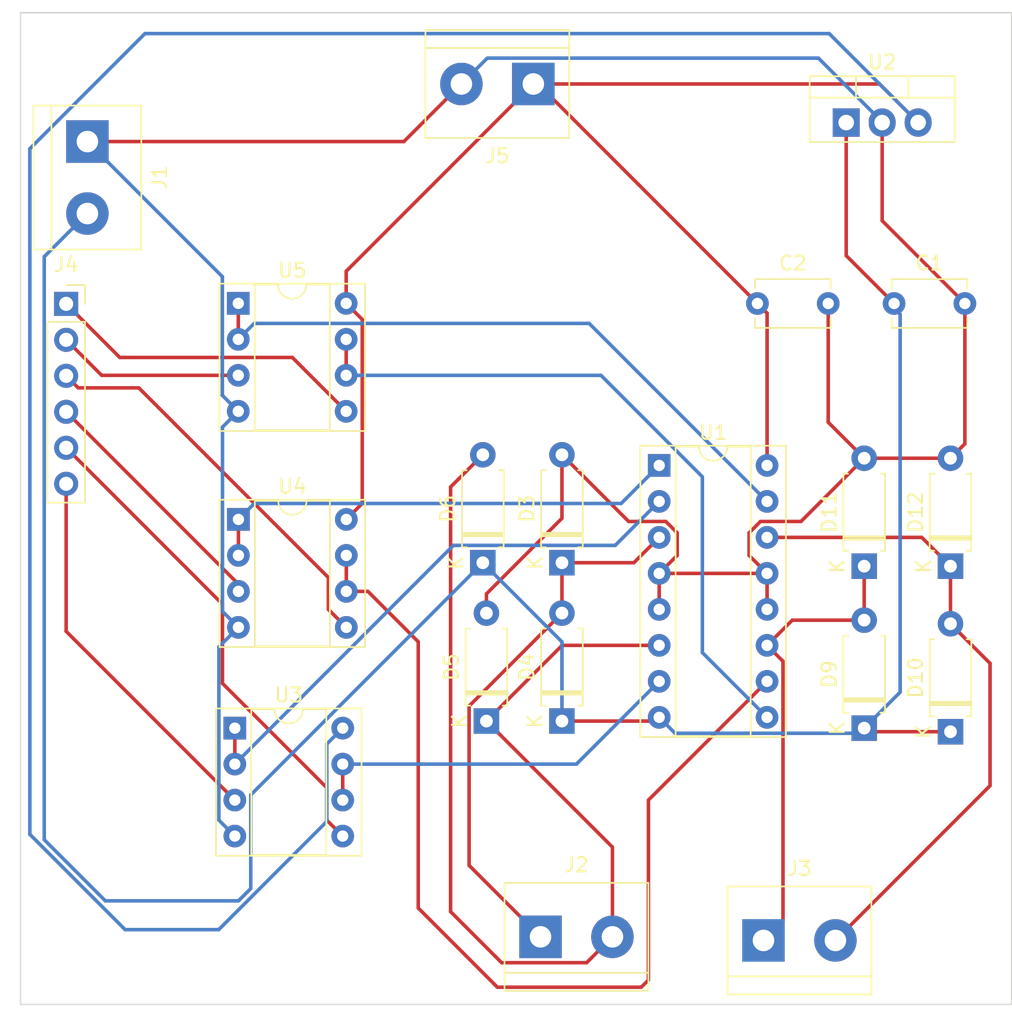
<source format=kicad_pcb>
(kicad_pcb (version 20221018) (generator pcbnew)
  (layers (0 "F.Cu" signal) (31 "B.Cu" signal) (34 "B.Paste" user) (35 "F.Paste" user) (36 "B.SilkS" user "B.Silkscreen") (37 "F.SilkS" user "F.Silkscreen") (38 "B.Mask" user) (39 "F.Mask" user) (44 "Edge.Cuts" user))
  (net 0 "")
  (net 1 "VCC")
  (net 2 "GND")
  (net 3 "+5V")
  (net 4 "Net-(D3-K)")
  (net 5 "Net-(D5-K)")
  (net 6 "Net-(D11-K)")
  (net 7 "Net-(D10-A)")
  (net 8 "M2_SPEED")
  (net 9 "M2_D2")
  (net 10 "M2_D1")
  (net 11 "M1_SPEED")
  (net 12 "M1_D2")
  (net 13 "M1_D1")
  (net 14 "Net-(U1-EN1,2)")
  (net 15 "Net-(U1-1A)")
  (net 16 "Net-(U1-2A)")
  (net 17 "Net-(U1-EN3,4)")
  (net 18 "Net-(U1-3A)")
  (net 19 "Net-(U1-4A)")
  (footprint "Diode_THT:D_A-405_P7.62mm_Horizontal" (layer "F.Cu") (at 107.94 76.718 90)
    (fp_text reference "D6" (at 3.81 -2.47 90) (layer "F.SilkS"))
    (fp_text value "D")
    (fp_text user "K" (at 0 -1.9 90) (layer "F.SilkS"))
    (fp_line (start 1.09 -1.47) (end 6.53 -1.47) (stroke (width 0.12)) (layer "F.SilkS"))
    (fp_line (start 1.09 -1.14) (end 1.09 -1.47) (stroke (width 0.12)) (layer "F.SilkS"))
    (fp_line (start 1.09 1.14) (end 1.09 1.47) (stroke (width 0.12)) (layer "F.SilkS"))
    (fp_line (start 1.09 1.47) (end 6.53 1.47) (stroke (width 0.12)) (layer "F.SilkS"))
    (fp_line (start 1.87 -1.47) (end 1.87 1.47) (stroke (width 0.12)) (layer "F.SilkS"))
    (fp_line (start 1.99 -1.47) (end 1.99 1.47) (stroke (width 0.12)) (layer "F.SilkS"))
    (fp_line (start 2.11 -1.47) (end 2.11 1.47) (stroke (width 0.12)) (layer "F.SilkS"))
    (fp_line (start 6.53 -1.47) (end 6.53 -1.14) (stroke (width 0.12)) (layer "F.SilkS"))
    (fp_line (start 6.53 1.47) (end 6.53 1.14) (stroke (width 0.12)) (layer "F.SilkS"))
    (pad "1" thru_hole rect (at 0 0 90) (size 1.8 1.8) (drill 0.9) (layers "*.Cu" "*.Mask") (net 1 "VCC"))
    (pad "2" thru_hole oval (at 7.62 0 90) (size 1.8 1.8) (drill 0.9) (layers "*.Cu" "*.Mask") (net 5 "Net-(D5-K)"))
  )
  (footprint "Diode_THT:D_A-405_P7.62mm_Horizontal" (layer "F.Cu") (at 140.97 88.646 90)
    (fp_text reference "D10" (at 3.81 -2.47 90) (layer "F.SilkS"))
    (fp_text value "D")
    (fp_text user "K" (at 0 -1.9 90) (layer "F.SilkS"))
    (fp_line (start 1.09 -1.47) (end 6.53 -1.47) (stroke (width 0.12)) (layer "F.SilkS"))
    (fp_line (start 1.09 -1.14) (end 1.09 -1.47) (stroke (width 0.12)) (layer "F.SilkS"))
    (fp_line (start 1.09 1.14) (end 1.09 1.47) (stroke (width 0.12)) (layer "F.SilkS"))
    (fp_line (start 1.09 1.47) (end 6.53 1.47) (stroke (width 0.12)) (layer "F.SilkS"))
    (fp_line (start 1.87 -1.47) (end 1.87 1.47) (stroke (width 0.12)) (layer "F.SilkS"))
    (fp_line (start 1.99 -1.47) (end 1.99 1.47) (stroke (width 0.12)) (layer "F.SilkS"))
    (fp_line (start 2.11 -1.47) (end 2.11 1.47) (stroke (width 0.12)) (layer "F.SilkS"))
    (fp_line (start 6.53 -1.47) (end 6.53 -1.14) (stroke (width 0.12)) (layer "F.SilkS"))
    (fp_line (start 6.53 1.47) (end 6.53 1.14) (stroke (width 0.12)) (layer "F.SilkS"))
    (pad "1" thru_hole rect (at 0 0 90) (size 1.8 1.8) (drill 0.9) (layers "*.Cu" "*.Mask") (net 1 "VCC"))
    (pad "2" thru_hole oval (at 7.62 0 90) (size 1.8 1.8) (drill 0.9) (layers "*.Cu" "*.Mask") (net 7 "Net-(D10-A)"))
  )
  (footprint "Connector_PinSocket_2.54mm:PinSocket_1x06_P2.54mm_Vertical" (layer "F.Cu") (at 78.511 58.445)
    (fp_text reference "J4" (at 0 -2.77) (layer "F.SilkS"))
    (fp_text value "Conn_01x06")
    (fp_line (start -1.33 1.27) (end -1.33 14.03) (stroke (width 0.12)) (layer "F.SilkS"))
    (fp_line (start -1.33 1.27) (end 1.33 1.27) (stroke (width 0.12)) (layer "F.SilkS"))
    (fp_line (start -1.33 14.03) (end 1.33 14.03) (stroke (width 0.12)) (layer "F.SilkS"))
    (fp_line (start 0 -1.33) (end 1.33 -1.33) (stroke (width 0.12)) (layer "F.SilkS"))
    (fp_line (start 1.33 -1.33) (end 1.33 0) (stroke (width 0.12)) (layer "F.SilkS"))
    (fp_line (start 1.33 1.27) (end 1.33 14.03) (stroke (width 0.12)) (layer "F.SilkS"))
    (pad "1" thru_hole rect (at 0 0) (size 1.7 1.7) (drill 1) (layers "*.Cu" "*.Mask") (net 8 "M2_SPEED"))
    (pad "2" thru_hole oval (at 0 2.54) (size 1.7 1.7) (drill 1) (layers "*.Cu" "*.Mask") (net 9 "M2_D2"))
    (pad "3" thru_hole oval (at 0 5.08) (size 1.7 1.7) (drill 1) (layers "*.Cu" "*.Mask") (net 10 "M2_D1"))
    (pad "4" thru_hole oval (at 0 7.62) (size 1.7 1.7) (drill 1) (layers "*.Cu" "*.Mask") (net 11 "M1_SPEED"))
    (pad "5" thru_hole oval (at 0 10.16) (size 1.7 1.7) (drill 1) (layers "*.Cu" "*.Mask") (net 12 "M1_D2"))
    (pad "6" thru_hole oval (at 0 12.7) (size 1.7 1.7) (drill 1) (layers "*.Cu" "*.Mask") (net 13 "M1_D1"))
  )
  (footprint "Package_DIP:DIP-16_W7.62mm_Socket" (layer "F.Cu") (at 120.396 69.85)
    (fp_text reference "U1" (at 3.81 -2.33) (layer "F.SilkS"))
    (fp_text value "L293")
    (fp_line (start -1.33 -1.39) (end -1.33 19.17) (stroke (width 0.12)) (layer "F.SilkS"))
    (fp_line (start -1.33 19.17) (end 8.95 19.17) (stroke (width 0.12)) (layer "F.SilkS"))
    (fp_line (start 1.16 -1.33) (end 1.16 19.11) (stroke (width 0.12)) (layer "F.SilkS"))
    (fp_line (start 1.16 19.11) (end 6.46 19.11) (stroke (width 0.12)) (layer "F.SilkS"))
    (fp_line (start 2.81 -1.33) (end 1.16 -1.33) (stroke (width 0.12)) (layer "F.SilkS"))
    (fp_line (start 6.46 -1.33) (end 4.81 -1.33) (stroke (width 0.12)) (layer "F.SilkS"))
    (fp_line (start 6.46 19.11) (end 6.46 -1.33) (stroke (width 0.12)) (layer "F.SilkS"))
    (fp_line (start 8.95 -1.39) (end -1.33 -1.39) (stroke (width 0.12)) (layer "F.SilkS"))
    (fp_line (start 8.95 19.17) (end 8.95 -1.39) (stroke (width 0.12)) (layer "F.SilkS"))
    (fp_arc (start 4.81 -1.33) (mid 3.81 -0.33) (end 2.81 -1.33) (stroke (width 0.12)) (layer "F.SilkS"))
    (pad "1" thru_hole rect (at 0 0) (size 1.6 1.6) (drill 0.8) (layers "*.Cu" "*.Mask") (net 14 "Net-(U1-EN1,2)"))
    (pad "2" thru_hole oval (at 0 2.54) (size 1.6 1.6) (drill 0.8) (layers "*.Cu" "*.Mask") (net 15 "Net-(U1-1A)"))
    (pad "3" thru_hole oval (at 0 5.08) (size 1.6 1.6) (drill 0.8) (layers "*.Cu" "*.Mask") (net 4 "Net-(D3-K)"))
    (pad "4" thru_hole oval (at 0 7.62) (size 1.6 1.6) (drill 0.8) (layers "*.Cu" "*.Mask") (net 2 "GND"))
    (pad "5" thru_hole oval (at 0 10.16) (size 1.6 1.6) (drill 0.8) (layers "*.Cu" "*.Mask") (net 2 "GND"))
    (pad "6" thru_hole oval (at 0 12.7) (size 1.6 1.6) (drill 0.8) (layers "*.Cu" "*.Mask") (net 5 "Net-(D5-K)"))
    (pad "7" thru_hole oval (at 0 15.24) (size 1.6 1.6) (drill 0.8) (layers "*.Cu" "*.Mask") (net 16 "Net-(U1-2A)"))
    (pad "8" thru_hole oval (at 0 17.78) (size 1.6 1.6) (drill 0.8) (layers "*.Cu" "*.Mask") (net 1 "VCC"))
    (pad "9" thru_hole oval (at 7.62 17.78) (size 1.6 1.6) (drill 0.8) (layers "*.Cu" "*.Mask") (net 17 "Net-(U1-EN3,4)"))
    (pad "10" thru_hole oval (at 7.62 15.24) (size 1.6 1.6) (drill 0.8) (layers "*.Cu" "*.Mask") (net 18 "Net-(U1-3A)"))
    (pad "11" thru_hole oval (at 7.62 12.7) (size 1.6 1.6) (drill 0.8) (layers "*.Cu" "*.Mask") (net 6 "Net-(D11-K)"))
    (pad "12" thru_hole oval (at 7.62 10.16) (size 1.6 1.6) (drill 0.8) (layers "*.Cu" "*.Mask") (net 2 "GND"))
    (pad "13" thru_hole oval (at 7.62 7.62) (size 1.6 1.6) (drill 0.8) (layers "*.Cu" "*.Mask") (net 2 "GND"))
    (pad "14" thru_hole oval (at 7.62 5.08) (size 1.6 1.6) (drill 0.8) (layers "*.Cu" "*.Mask") (net 7 "Net-(D10-A)"))
    (pad "15" thru_hole oval (at 7.62 2.54) (size 1.6 1.6) (drill 0.8) (layers "*.Cu" "*.Mask") (net 19 "Net-(U1-4A)"))
    (pad "16" thru_hole oval (at 7.62 0) (size 1.6 1.6) (drill 0.8) (layers "*.Cu" "*.Mask") (net 3 "+5V"))
  )
  (footprint "Package_DIP:DIP-8_W7.62mm_Socket" (layer "F.Cu") (at 90.668 58.41)
    (fp_text reference "U5" (at 3.81 -2.33) (layer "F.SilkS"))
    (fp_text value "LM358")
    (fp_line (start -1.33 -1.39) (end -1.33 9.01) (stroke (width 0.12)) (layer "F.SilkS"))
    (fp_line (start -1.33 9.01) (end 8.95 9.01) (stroke (width 0.12)) (layer "F.SilkS"))
    (fp_line (start 1.16 -1.33) (end 1.16 8.95) (stroke (width 0.12)) (layer "F.SilkS"))
    (fp_line (start 1.16 8.95) (end 6.46 8.95) (stroke (width 0.12)) (layer "F.SilkS"))
    (fp_line (start 2.81 -1.33) (end 1.16 -1.33) (stroke (width 0.12)) (layer "F.SilkS"))
    (fp_line (start 6.46 -1.33) (end 4.81 -1.33) (stroke (width 0.12)) (layer "F.SilkS"))
    (fp_line (start 6.46 8.95) (end 6.46 -1.33) (stroke (width 0.12)) (layer "F.SilkS"))
    (fp_line (start 8.95 -1.39) (end -1.33 -1.39) (stroke (width 0.12)) (layer "F.SilkS"))
    (fp_line (start 8.95 9.01) (end 8.95 -1.39) (stroke (width 0.12)) (layer "F.SilkS"))
    (fp_arc (start 4.81 -1.33) (mid 3.81 -0.33) (end 2.81 -1.33) (stroke (width 0.12)) (layer "F.SilkS"))
    (pad "1" thru_hole rect (at 0 0) (size 1.6 1.6) (drill 0.8) (layers "*.Cu" "*.Mask") (net 19 "Net-(U1-4A)"))
    (pad "2" thru_hole oval (at 0 2.54) (size 1.6 1.6) (drill 0.8) (layers "*.Cu" "*.Mask") (net 19 "Net-(U1-4A)"))
    (pad "3" thru_hole oval (at 0 5.08) (size 1.6 1.6) (drill 0.8) (layers "*.Cu" "*.Mask") (net 9 "M2_D2"))
    (pad "4" thru_hole oval (at 0 7.62) (size 1.6 1.6) (drill 0.8) (layers "*.Cu" "*.Mask") (net 2 "GND"))
    (pad "5" thru_hole oval (at 7.62 7.62) (size 1.6 1.6) (drill 0.8) (layers "*.Cu" "*.Mask") (net 8 "M2_SPEED"))
    (pad "6" thru_hole oval (at 7.62 5.08) (size 1.6 1.6) (drill 0.8) (layers "*.Cu" "*.Mask") (net 17 "Net-(U1-EN3,4)"))
    (pad "7" thru_hole oval (at 7.62 2.54) (size 1.6 1.6) (drill 0.8) (layers "*.Cu" "*.Mask") (net 17 "Net-(U1-EN3,4)"))
    (pad "8" thru_hole oval (at 7.62 0) (size 1.6 1.6) (drill 0.8) (layers "*.Cu" "*.Mask") (net 3 "+5V"))
  )
  (footprint "TerminalBlock:TerminalBlock_bornier-2_P5.08mm" (layer "F.Cu") (at 127.762 103.378)
    (fp_text reference "J3" (at 2.54 -5.08) (layer "F.SilkS"))
    (fp_text value "Conn_01x02")
    (fp_line (start -2.54 -3.81) (end -2.54 3.81) (stroke (width 0.12)) (layer "F.SilkS"))
    (fp_line (start -2.54 3.81) (end 7.62 3.81) (stroke (width 0.12)) (layer "F.SilkS"))
    (fp_line (start 7.62 -3.81) (end -2.54 -3.81) (stroke (width 0.12)) (layer "F.SilkS"))
    (fp_line (start 7.62 2.54) (end -2.54 2.54) (stroke (width 0.12)) (layer "F.SilkS"))
    (fp_line (start 7.62 3.81) (end 7.62 -3.81) (stroke (width 0.12)) (layer "F.SilkS"))
    (pad "1" thru_hole rect (at 0 0) (size 3 3) (drill 1.52) (layers "*.Cu" "*.Mask") (net 6 "Net-(D11-K)"))
    (pad "2" thru_hole circle (at 5.08 0) (size 3 3) (drill 1.52) (layers "*.Cu" "*.Mask") (net 7 "Net-(D10-A)"))
  )
  (footprint "Diode_THT:D_A-405_P7.62mm_Horizontal" (layer "F.Cu") (at 108.194 87.894 90)
    (fp_text reference "D5" (at 3.81 -2.47 90) (layer "F.SilkS"))
    (fp_text value "D")
    (fp_text user "K" (at 0 -1.9 90) (layer "F.SilkS"))
    (fp_line (start 1.09 -1.47) (end 6.53 -1.47) (stroke (width 0.12)) (layer "F.SilkS"))
    (fp_line (start 1.09 -1.14) (end 1.09 -1.47) (stroke (width 0.12)) (layer "F.SilkS"))
    (fp_line (start 1.09 1.14) (end 1.09 1.47) (stroke (width 0.12)) (layer "F.SilkS"))
    (fp_line (start 1.09 1.47) (end 6.53 1.47) (stroke (width 0.12)) (layer "F.SilkS"))
    (fp_line (start 1.87 -1.47) (end 1.87 1.47) (stroke (width 0.12)) (layer "F.SilkS"))
    (fp_line (start 1.99 -1.47) (end 1.99 1.47) (stroke (width 0.12)) (layer "F.SilkS"))
    (fp_line (start 2.11 -1.47) (end 2.11 1.47) (stroke (width 0.12)) (layer "F.SilkS"))
    (fp_line (start 6.53 -1.47) (end 6.53 -1.14) (stroke (width 0.12)) (layer "F.SilkS"))
    (fp_line (start 6.53 1.47) (end 6.53 1.14) (stroke (width 0.12)) (layer "F.SilkS"))
    (pad "1" thru_hole rect (at 0 0 90) (size 1.8 1.8) (drill 0.9) (layers "*.Cu" "*.Mask") (net 5 "Net-(D5-K)"))
    (pad "2" thru_hole oval (at 7.62 0 90) (size 1.8 1.8) (drill 0.9) (layers "*.Cu" "*.Mask") (net 2 "GND"))
  )
  (footprint "TerminalBlock:TerminalBlock_bornier-2_P5.08mm" (layer "F.Cu") (at 80.01 46.99 -90)
    (fp_text reference "J1" (at 2.54 -5.08 90) (layer "F.SilkS"))
    (fp_text value "Conn_01x02")
    (fp_line (start -2.54 -3.81) (end -2.54 3.81) (stroke (width 0.12)) (layer "F.SilkS"))
    (fp_line (start -2.54 3.81) (end 7.62 3.81) (stroke (width 0.12)) (layer "F.SilkS"))
    (fp_line (start 7.62 -3.81) (end -2.54 -3.81) (stroke (width 0.12)) (layer "F.SilkS"))
    (fp_line (start 7.62 2.54) (end -2.54 2.54) (stroke (width 0.12)) (layer "F.SilkS"))
    (fp_line (start 7.62 3.81) (end 7.62 -3.81) (stroke (width 0.12)) (layer "F.SilkS"))
    (pad "1" thru_hole rect (at 0 0 270) (size 3 3) (drill 1.52) (layers "*.Cu" "*.Mask") (net 2 "GND"))
    (pad "2" thru_hole circle (at 5.08 0 270) (size 3 3) (drill 1.52) (layers "*.Cu" "*.Mask") (net 1 "VCC"))
  )
  (footprint "Package_DIP:DIP-8_W7.62mm_Socket" (layer "F.Cu") (at 90.424 88.392)
    (fp_text reference "U3" (at 3.81 -2.33) (layer "F.SilkS"))
    (fp_text value "LM358")
    (fp_line (start -1.33 -1.39) (end -1.33 9.01) (stroke (width 0.12)) (layer "F.SilkS"))
    (fp_line (start -1.33 9.01) (end 8.95 9.01) (stroke (width 0.12)) (layer "F.SilkS"))
    (fp_line (start 1.16 -1.33) (end 1.16 8.95) (stroke (width 0.12)) (layer "F.SilkS"))
    (fp_line (start 1.16 8.95) (end 6.46 8.95) (stroke (width 0.12)) (layer "F.SilkS"))
    (fp_line (start 2.81 -1.33) (end 1.16 -1.33) (stroke (width 0.12)) (layer "F.SilkS"))
    (fp_line (start 6.46 -1.33) (end 4.81 -1.33) (stroke (width 0.12)) (layer "F.SilkS"))
    (fp_line (start 6.46 8.95) (end 6.46 -1.33) (stroke (width 0.12)) (layer "F.SilkS"))
    (fp_line (start 8.95 -1.39) (end -1.33 -1.39) (stroke (width 0.12)) (layer "F.SilkS"))
    (fp_line (start 8.95 9.01) (end 8.95 -1.39) (stroke (width 0.12)) (layer "F.SilkS"))
    (fp_arc (start 4.81 -1.33) (mid 3.81 -0.33) (end 2.81 -1.33) (stroke (width 0.12)) (layer "F.SilkS"))
    (pad "1" thru_hole rect (at 0 0) (size 1.6 1.6) (drill 0.8) (layers "*.Cu" "*.Mask") (net 15 "Net-(U1-1A)"))
    (pad "2" thru_hole oval (at 0 2.54) (size 1.6 1.6) (drill 0.8) (layers "*.Cu" "*.Mask") (net 15 "Net-(U1-1A)"))
    (pad "3" thru_hole oval (at 0 5.08) (size 1.6 1.6) (drill 0.8) (layers "*.Cu" "*.Mask") (net 13 "M1_D1"))
    (pad "4" thru_hole oval (at 0 7.62) (size 1.6 1.6) (drill 0.8) (layers "*.Cu" "*.Mask") (net 2 "GND"))
    (pad "5" thru_hole oval (at 7.62 7.62) (size 1.6 1.6) (drill 0.8) (layers "*.Cu" "*.Mask") (net 12 "M1_D2"))
    (pad "6" thru_hole oval (at 7.62 5.08) (size 1.6 1.6) (drill 0.8) (layers "*.Cu" "*.Mask") (net 16 "Net-(U1-2A)"))
    (pad "7" thru_hole oval (at 7.62 2.54) (size 1.6 1.6) (drill 0.8) (layers "*.Cu" "*.Mask") (net 16 "Net-(U1-2A)"))
    (pad "8" thru_hole oval (at 7.62 0) (size 1.6 1.6) (drill 0.8) (layers "*.Cu" "*.Mask") (net 3 "+5V"))
  )
  (footprint "Diode_THT:D_A-405_P7.62mm_Horizontal" (layer "F.Cu") (at 140.97 76.962 90)
    (fp_text reference "D12" (at 3.81 -2.47 90) (layer "F.SilkS"))
    (fp_text value "D")
    (fp_text user "K" (at 0 -1.9 90) (layer "F.SilkS"))
    (fp_line (start 1.09 -1.47) (end 6.53 -1.47) (stroke (width 0.12)) (layer "F.SilkS"))
    (fp_line (start 1.09 -1.14) (end 1.09 -1.47) (stroke (width 0.12)) (layer "F.SilkS"))
    (fp_line (start 1.09 1.14) (end 1.09 1.47) (stroke (width 0.12)) (layer "F.SilkS"))
    (fp_line (start 1.09 1.47) (end 6.53 1.47) (stroke (width 0.12)) (layer "F.SilkS"))
    (fp_line (start 1.87 -1.47) (end 1.87 1.47) (stroke (width 0.12)) (layer "F.SilkS"))
    (fp_line (start 1.99 -1.47) (end 1.99 1.47) (stroke (width 0.12)) (layer "F.SilkS"))
    (fp_line (start 2.11 -1.47) (end 2.11 1.47) (stroke (width 0.12)) (layer "F.SilkS"))
    (fp_line (start 6.53 -1.47) (end 6.53 -1.14) (stroke (width 0.12)) (layer "F.SilkS"))
    (fp_line (start 6.53 1.47) (end 6.53 1.14) (stroke (width 0.12)) (layer "F.SilkS"))
    (pad "1" thru_hole rect (at 0 0 90) (size 1.8 1.8) (drill 0.9) (layers "*.Cu" "*.Mask") (net 7 "Net-(D10-A)"))
    (pad "2" thru_hole oval (at 7.62 0 90) (size 1.8 1.8) (drill 0.9) (layers "*.Cu" "*.Mask") (net 2 "GND"))
  )
  (footprint "Capacitor_THT:C_Disc_D5.1mm_W3.2mm_P5.00mm" (layer "F.Cu") (at 127.334 58.42)
    (fp_text reference "C2" (at 2.5 -2.85) (layer "F.SilkS"))
    (fp_text value "0.1uF")
    (fp_line (start -0.17 -1.721) (end -0.17 -1.055) (stroke (width 0.12)) (layer "F.SilkS"))
    (fp_line (start -0.17 -1.721) (end 5.17 -1.721) (stroke (width 0.12)) (layer "F.SilkS"))
    (fp_line (start -0.17 1.055) (end -0.17 1.721) (stroke (width 0.12)) (layer "F.SilkS"))
    (fp_line (start -0.17 1.721) (end 5.17 1.721) (stroke (width 0.12)) (layer "F.SilkS"))
    (fp_line (start 5.17 -1.721) (end 5.17 -1.055) (stroke (width 0.12)) (layer "F.SilkS"))
    (fp_line (start 5.17 1.055) (end 5.17 1.721) (stroke (width 0.12)) (layer "F.SilkS"))
    (pad "1" thru_hole circle (at 0 0) (size 1.6 1.6) (drill 0.8) (layers "*.Cu" "*.Mask") (net 3 "+5V"))
    (pad "2" thru_hole circle (at 5 0) (size 1.6 1.6) (drill 0.8) (layers "*.Cu" "*.Mask") (net 2 "GND"))
  )
  (footprint "Diode_THT:D_A-405_P7.62mm_Horizontal" (layer "F.Cu") (at 134.874 88.392 90)
    (fp_text reference "D9" (at 3.81 -2.47 90) (layer "F.SilkS"))
    (fp_text value "D")
    (fp_text user "K" (at 0 -1.9 90) (layer "F.SilkS"))
    (fp_line (start 1.09 -1.47) (end 6.53 -1.47) (stroke (width 0.12)) (layer "F.SilkS"))
    (fp_line (start 1.09 -1.14) (end 1.09 -1.47) (stroke (width 0.12)) (layer "F.SilkS"))
    (fp_line (start 1.09 1.14) (end 1.09 1.47) (stroke (width 0.12)) (layer "F.SilkS"))
    (fp_line (start 1.09 1.47) (end 6.53 1.47) (stroke (width 0.12)) (layer "F.SilkS"))
    (fp_line (start 1.87 -1.47) (end 1.87 1.47) (stroke (width 0.12)) (layer "F.SilkS"))
    (fp_line (start 1.99 -1.47) (end 1.99 1.47) (stroke (width 0.12)) (layer "F.SilkS"))
    (fp_line (start 2.11 -1.47) (end 2.11 1.47) (stroke (width 0.12)) (layer "F.SilkS"))
    (fp_line (start 6.53 -1.47) (end 6.53 -1.14) (stroke (width 0.12)) (layer "F.SilkS"))
    (fp_line (start 6.53 1.47) (end 6.53 1.14) (stroke (width 0.12)) (layer "F.SilkS"))
    (pad "1" thru_hole rect (at 0 0 90) (size 1.8 1.8) (drill 0.9) (layers "*.Cu" "*.Mask") (net 1 "VCC"))
    (pad "2" thru_hole oval (at 7.62 0 90) (size 1.8 1.8) (drill 0.9) (layers "*.Cu" "*.Mask") (net 6 "Net-(D11-K)"))
  )
  (footprint "TerminalBlock:TerminalBlock_bornier-2_P5.08mm" (layer "F.Cu") (at 111.506 42.926 180)
    (fp_text reference "J5" (at 2.54 -5.08) (layer "F.SilkS"))
    (fp_text value "Conn_01x02")
    (fp_line (start -2.54 -3.81) (end -2.54 3.81) (stroke (width 0.12)) (layer "F.SilkS"))
    (fp_line (start -2.54 3.81) (end 7.62 3.81) (stroke (width 0.12)) (layer "F.SilkS"))
    (fp_line (start 7.62 -3.81) (end -2.54 -3.81) (stroke (width 0.12)) (layer "F.SilkS"))
    (fp_line (start 7.62 2.54) (end -2.54 2.54) (stroke (width 0.12)) (layer "F.SilkS"))
    (fp_line (start 7.62 3.81) (end 7.62 -3.81) (stroke (width 0.12)) (layer "F.SilkS"))
    (pad "1" thru_hole rect (at 0 0 180) (size 3 3) (drill 1.52) (layers "*.Cu" "*.Mask") (net 3 "+5V"))
    (pad "2" thru_hole circle (at 5.08 0 180) (size 3 3) (drill 1.52) (layers "*.Cu" "*.Mask") (net 2 "GND"))
  )
  (footprint "Package_TO_SOT_THT:TO-220-3_Vertical" (layer "F.Cu") (at 133.604 45.649)
    (fp_text reference "U2" (at 2.54 -4.27) (layer "F.SilkS"))
    (fp_text value "L7805")
    (fp_line (start -2.58 -3.27) (end -2.58 1.371) (stroke (width 0.12)) (layer "F.SilkS"))
    (fp_line (start -2.58 -3.27) (end 7.66 -3.27) (stroke (width 0.12)) (layer "F.SilkS"))
    (fp_line (start -2.58 -1.76) (end 7.66 -1.76) (stroke (width 0.12)) (layer "F.SilkS"))
    (fp_line (start -2.58 1.371) (end 7.66 1.371) (stroke (width 0.12)) (layer "F.SilkS"))
    (fp_line (start 0.69 -3.27) (end 0.69 -1.76) (stroke (width 0.12)) (layer "F.SilkS"))
    (fp_line (start 4.391 -3.27) (end 4.391 -1.76) (stroke (width 0.12)) (layer "F.SilkS"))
    (fp_line (start 7.66 -3.27) (end 7.66 1.371) (stroke (width 0.12)) (layer "F.SilkS"))
    (pad "1" thru_hole rect (at 0 0) (size 1.905 2) (drill 1.1) (layers "*.Cu" "*.Mask") (net 1 "VCC"))
    (pad "2" thru_hole oval (at 2.54 0) (size 1.905 2) (drill 1.1) (layers "*.Cu" "*.Mask") (net 2 "GND"))
    (pad "3" thru_hole oval (at 5.08 0) (size 1.905 2) (drill 1.1) (layers "*.Cu" "*.Mask") (net 3 "+5V"))
  )
  (footprint "Diode_THT:D_A-405_P7.62mm_Horizontal" (layer "F.Cu") (at 113.528 76.718 90)
    (fp_text reference "D3" (at 3.81 -2.47 90) (layer "F.SilkS"))
    (fp_text value "D")
    (fp_text user "K" (at 0 -1.9 90) (layer "F.SilkS"))
    (fp_line (start 1.09 -1.47) (end 6.53 -1.47) (stroke (width 0.12)) (layer "F.SilkS"))
    (fp_line (start 1.09 -1.14) (end 1.09 -1.47) (stroke (width 0.12)) (layer "F.SilkS"))
    (fp_line (start 1.09 1.14) (end 1.09 1.47) (stroke (width 0.12)) (layer "F.SilkS"))
    (fp_line (start 1.09 1.47) (end 6.53 1.47) (stroke (width 0.12)) (layer "F.SilkS"))
    (fp_line (start 1.87 -1.47) (end 1.87 1.47) (stroke (width 0.12)) (layer "F.SilkS"))
    (fp_line (start 1.99 -1.47) (end 1.99 1.47) (stroke (width 0.12)) (layer "F.SilkS"))
    (fp_line (start 2.11 -1.47) (end 2.11 1.47) (stroke (width 0.12)) (layer "F.SilkS"))
    (fp_line (start 6.53 -1.47) (end 6.53 -1.14) (stroke (width 0.12)) (layer "F.SilkS"))
    (fp_line (start 6.53 1.47) (end 6.53 1.14) (stroke (width 0.12)) (layer "F.SilkS"))
    (pad "1" thru_hole rect (at 0 0 90) (size 1.8 1.8) (drill 0.9) (layers "*.Cu" "*.Mask") (net 4 "Net-(D3-K)"))
    (pad "2" thru_hole oval (at 7.62 0 90) (size 1.8 1.8) (drill 0.9) (layers "*.Cu" "*.Mask") (net 2 "GND"))
  )
  (footprint "TerminalBlock:TerminalBlock_bornier-2_P5.08mm" (layer "F.Cu") (at 112.014 103.124)
    (fp_text reference "J2" (at 2.54 -5.08) (layer "F.SilkS"))
    (fp_text value "Conn_01x02")
    (fp_line (start -2.54 -3.81) (end -2.54 3.81) (stroke (width 0.12)) (layer "F.SilkS"))
    (fp_line (start -2.54 3.81) (end 7.62 3.81) (stroke (width 0.12)) (layer "F.SilkS"))
    (fp_line (start 7.62 -3.81) (end -2.54 -3.81) (stroke (width 0.12)) (layer "F.SilkS"))
    (fp_line (start 7.62 2.54) (end -2.54 2.54) (stroke (width 0.12)) (layer "F.SilkS"))
    (fp_line (start 7.62 3.81) (end 7.62 -3.81) (stroke (width 0.12)) (layer "F.SilkS"))
    (pad "1" thru_hole rect (at 0 0) (size 3 3) (drill 1.52) (layers "*.Cu" "*.Mask") (net 4 "Net-(D3-K)"))
    (pad "2" thru_hole circle (at 5.08 0) (size 3 3) (drill 1.52) (layers "*.Cu" "*.Mask") (net 5 "Net-(D5-K)"))
  )
  (footprint "Diode_THT:D_A-405_P7.62mm_Horizontal" (layer "F.Cu") (at 134.874 76.962 90)
    (fp_text reference "D11" (at 3.81 -2.47 90) (layer "F.SilkS"))
    (fp_text value "D")
    (fp_text user "K" (at 0 -1.9 90) (layer "F.SilkS"))
    (fp_line (start 1.09 -1.47) (end 6.53 -1.47) (stroke (width 0.12)) (layer "F.SilkS"))
    (fp_line (start 1.09 -1.14) (end 1.09 -1.47) (stroke (width 0.12)) (layer "F.SilkS"))
    (fp_line (start 1.09 1.14) (end 1.09 1.47) (stroke (width 0.12)) (layer "F.SilkS"))
    (fp_line (start 1.09 1.47) (end 6.53 1.47) (stroke (width 0.12)) (layer "F.SilkS"))
    (fp_line (start 1.87 -1.47) (end 1.87 1.47) (stroke (width 0.12)) (layer "F.SilkS"))
    (fp_line (start 1.99 -1.47) (end 1.99 1.47) (stroke (width 0.12)) (layer "F.SilkS"))
    (fp_line (start 2.11 -1.47) (end 2.11 1.47) (stroke (width 0.12)) (layer "F.SilkS"))
    (fp_line (start 6.53 -1.47) (end 6.53 -1.14) (stroke (width 0.12)) (layer "F.SilkS"))
    (fp_line (start 6.53 1.47) (end 6.53 1.14) (stroke (width 0.12)) (layer "F.SilkS"))
    (pad "1" thru_hole rect (at 0 0 90) (size 1.8 1.8) (drill 0.9) (layers "*.Cu" "*.Mask") (net 6 "Net-(D11-K)"))
    (pad "2" thru_hole oval (at 7.62 0 90) (size 1.8 1.8) (drill 0.9) (layers "*.Cu" "*.Mask") (net 2 "GND"))
  )
  (footprint "Diode_THT:D_A-405_P7.62mm_Horizontal" (layer "F.Cu") (at 113.528 87.894 90)
    (fp_text reference "D4" (at 3.81 -2.47 90) (layer "F.SilkS"))
    (fp_text value "D")
    (fp_text user "K" (at 0 -1.9 90) (layer "F.SilkS"))
    (fp_line (start 1.09 -1.47) (end 6.53 -1.47) (stroke (width 0.12)) (layer "F.SilkS"))
    (fp_line (start 1.09 -1.14) (end 1.09 -1.47) (stroke (width 0.12)) (layer "F.SilkS"))
    (fp_line (start 1.09 1.14) (end 1.09 1.47) (stroke (width 0.12)) (layer "F.SilkS"))
    (fp_line (start 1.09 1.47) (end 6.53 1.47) (stroke (width 0.12)) (layer "F.SilkS"))
    (fp_line (start 1.87 -1.47) (end 1.87 1.47) (stroke (width 0.12)) (layer "F.SilkS"))
    (fp_line (start 1.99 -1.47) (end 1.99 1.47) (stroke (width 0.12)) (layer "F.SilkS"))
    (fp_line (start 2.11 -1.47) (end 2.11 1.47) (stroke (width 0.12)) (layer "F.SilkS"))
    (fp_line (start 6.53 -1.47) (end 6.53 -1.14) (stroke (width 0.12)) (layer "F.SilkS"))
    (fp_line (start 6.53 1.47) (end 6.53 1.14) (stroke (width 0.12)) (layer "F.SilkS"))
    (pad "1" thru_hole rect (at 0 0 90) (size 1.8 1.8) (drill 0.9) (layers "*.Cu" "*.Mask") (net 1 "VCC"))
    (pad "2" thru_hole oval (at 7.62 0 90) (size 1.8 1.8) (drill 0.9) (layers "*.Cu" "*.Mask") (net 4 "Net-(D3-K)"))
  )
  (footprint "Package_DIP:DIP-8_W7.62mm_Socket" (layer "F.Cu") (at 90.678 73.66)
    (fp_text reference "U4" (at 3.81 -2.33) (layer "F.SilkS"))
    (fp_text value "LM358")
    (fp_line (start -1.33 -1.39) (end -1.33 9.01) (stroke (width 0.12)) (layer "F.SilkS"))
    (fp_line (start -1.33 9.01) (end 8.95 9.01) (stroke (width 0.12)) (layer "F.SilkS"))
    (fp_line (start 1.16 -1.33) (end 1.16 8.95) (stroke (width 0.12)) (layer "F.SilkS"))
    (fp_line (start 1.16 8.95) (end 6.46 8.95) (stroke (width 0.12)) (layer "F.SilkS"))
    (fp_line (start 2.81 -1.33) (end 1.16 -1.33) (stroke (width 0.12)) (layer "F.SilkS"))
    (fp_line (start 6.46 -1.33) (end 4.81 -1.33) (stroke (width 0.12)) (layer "F.SilkS"))
    (fp_line (start 6.46 8.95) (end 6.46 -1.33) (stroke (width 0.12)) (layer "F.SilkS"))
    (fp_line (start 8.95 -1.39) (end -1.33 -1.39) (stroke (width 0.12)) (layer "F.SilkS"))
    (fp_line (start 8.95 9.01) (end 8.95 -1.39) (stroke (width 0.12)) (layer "F.SilkS"))
    (fp_arc (start 4.81 -1.33) (mid 3.81 -0.33) (end 2.81 -1.33) (stroke (width 0.12)) (layer "F.SilkS"))
    (pad "1" thru_hole rect (at 0 0) (size 1.6 1.6) (drill 0.8) (layers "*.Cu" "*.Mask") (net 14 "Net-(U1-EN1,2)"))
    (pad "2" thru_hole oval (at 0 2.54) (size 1.6 1.6) (drill 0.8) (layers "*.Cu" "*.Mask") (net 14 "Net-(U1-EN1,2)"))
    (pad "3" thru_hole oval (at 0 5.08) (size 1.6 1.6) (drill 0.8) (layers "*.Cu" "*.Mask") (net 11 "M1_SPEED"))
    (pad "4" thru_hole oval (at 0 7.62) (size 1.6 1.6) (drill 0.8) (layers "*.Cu" "*.Mask") (net 2 "GND"))
    (pad "5" thru_hole oval (at 7.62 7.62) (size 1.6 1.6) (drill 0.8) (layers "*.Cu" "*.Mask") (net 10 "M2_D1"))
    (pad "6" thru_hole oval (at 7.62 5.08) (size 1.6 1.6) (drill 0.8) (layers "*.Cu" "*.Mask") (net 18 "Net-(U1-3A)"))
    (pad "7" thru_hole oval (at 7.62 2.54) (size 1.6 1.6) (drill 0.8) (layers "*.Cu" "*.Mask") (net 18 "Net-(U1-3A)"))
    (pad "8" thru_hole oval (at 7.62 0) (size 1.6 1.6) (drill 0.8) (layers "*.Cu" "*.Mask") (net 3 "+5V"))
  )
  (footprint "Capacitor_THT:C_Disc_D5.1mm_W3.2mm_P5.00mm" (layer "F.Cu") (at 136.986 58.42)
    (fp_text reference "C1" (at 2.5 -2.85) (layer "F.SilkS"))
    (fp_text value "0.33uF")
    (fp_line (start -0.17 -1.721) (end -0.17 -1.055) (stroke (width 0.12)) (layer "F.SilkS"))
    (fp_line (start -0.17 -1.721) (end 5.17 -1.721) (stroke (width 0.12)) (layer "F.SilkS"))
    (fp_line (start -0.17 1.055) (end -0.17 1.721) (stroke (width 0.12)) (layer "F.SilkS"))
    (fp_line (start -0.17 1.721) (end 5.17 1.721) (stroke (width 0.12)) (layer "F.SilkS"))
    (fp_line (start 5.17 -1.721) (end 5.17 -1.055) (stroke (width 0.12)) (layer "F.SilkS"))
    (fp_line (start 5.17 1.055) (end 5.17 1.721) (stroke (width 0.12)) (layer "F.SilkS"))
    (pad "1" thru_hole circle (at 0 0) (size 1.6 1.6) (drill 0.8) (layers "*.Cu" "*.Mask") (net 1 "VCC"))
    (pad "2" thru_hole circle (at 5 0) (size 1.6 1.6) (drill 0.8) (layers "*.Cu" "*.Mask") (net 2 "GND"))
  )
  (gr_rect (start 75.288 37.898) (end 145.288 107.898) (stroke (width 0.1)) (fill none) (layer "Edge.Cuts"))
  (segment (start 120.132 87.894) (end 120.396 87.63) (width 0.25) (layer "F.Cu") (net 1))
  (segment (start 133.604 45.649) (end 133.604 55.038) (width 0.25) (layer "F.Cu") (net 1))
  (segment (start 113.528 87.894) (end 120.132 87.894) (width 0.25) (layer "F.Cu") (net 1))
  (segment (start 135.128 88.646) (end 134.874 88.392) (width 0.25) (layer "F.Cu") (net 1))
  (segment (start 140.97 88.646) (end 135.128 88.646) (width 0.25) (layer "F.Cu") (net 1))
  (segment (start 133.604 55.038) (end 136.986 58.42) (width 0.25) (layer "F.Cu") (net 1))
  (segment (start 90.678 100.584) (end 81.28 100.584) (width 0.25) (layer "B.Cu") (net 1))
  (segment (start 136.986 58.42) (end 136.986 58.754) (width 0.25) (layer "B.Cu") (net 1))
  (segment (start 81.28 100.584) (end 76.962 96.266) (width 0.25) (layer "B.Cu") (net 1))
  (segment (start 134.874 88.392) (end 134.511 88.755) (width 0.25) (layer "B.Cu") (net 1))
  (segment (start 136.986 58.754) (end 137.414 59.182) (width 0.25) (layer "B.Cu") (net 1))
  (segment (start 107.94 76.718) (end 91.549 93.109) (width 0.25) (layer "B.Cu") (net 1))
  (segment (start 91.549 93.109) (end 91.549 99.713) (width 0.25) (layer "B.Cu") (net 1))
  (segment (start 76.962 55.118) (end 80.01 52.07) (width 0.25) (layer "B.Cu") (net 1))
  (segment (start 113.528 82.306) (end 107.94 76.718) (width 0.25) (layer "B.Cu") (net 1))
  (segment (start 113.528 87.894) (end 113.528 82.306) (width 0.25) (layer "B.Cu") (net 1))
  (segment (start 137.414 85.852) (end 134.874 88.392) (width 0.25) (layer "B.Cu") (net 1))
  (segment (start 134.511 88.755) (end 121.521 88.755) (width 0.25) (layer "B.Cu") (net 1))
  (segment (start 121.521 88.755) (end 120.396 87.63) (width 0.25) (layer "B.Cu") (net 1))
  (segment (start 76.962 96.266) (end 76.962 55.118) (width 0.25) (layer "B.Cu") (net 1))
  (segment (start 91.549 99.713) (end 90.678 100.584) (width 0.25) (layer "B.Cu") (net 1))
  (segment (start 137.414 59.182) (end 137.414 85.852) (width 0.25) (layer "B.Cu") (net 1))
  (segment (start 132.334 58.42) (end 132.334 66.802) (width 0.25) (layer "F.Cu") (net 2))
  (segment (start 113.528 69.098) (end 118.235 73.805) (width 0.25) (layer "F.Cu") (net 2))
  (segment (start 127.550009 73.805) (end 126.746 74.609009) (width 0.25) (layer "F.Cu") (net 2))
  (segment (start 120.861991 73.805) (end 121.666 74.609009) (width 0.25) (layer "F.Cu") (net 2))
  (segment (start 132.334 66.802) (end 134.874 69.342) (width 0.25) (layer "F.Cu") (net 2))
  (segment (start 121.666 76.2) (end 120.396 77.47) (width 0.25) (layer "F.Cu") (net 2))
  (segment (start 120.396 77.47) (end 120.396 80.01) (width 0.25) (layer "F.Cu") (net 2))
  (segment (start 136.144 52.578) (end 141.986 58.42) (width 0.25) (layer "F.Cu") (net 2))
  (segment (start 128.016 77.47) (end 128.016 80.01) (width 0.25) (layer "F.Cu") (net 2))
  (segment (start 113.528 73.58) (end 108.194 78.914) (width 0.25) (layer "F.Cu") (net 2))
  (segment (start 120.396 77.47) (end 128.016 77.47) (width 0.25) (layer "F.Cu") (net 2))
  (segment (start 126.746 74.609009) (end 126.746 76.2) (width 0.25) (layer "F.Cu") (net 2))
  (segment (start 134.874 69.342) (end 140.97 69.342) (width 0.25) (layer "F.Cu") (net 2))
  (segment (start 102.362 46.99) (end 106.426 42.926) (width 0.25) (layer "F.Cu") (net 2))
  (segment (start 113.528 69.098) (end 113.528 73.58) (width 0.25) (layer "F.Cu") (net 2))
  (segment (start 130.411 73.805) (end 127.550009 73.805) (width 0.25) (layer "F.Cu") (net 2))
  (segment (start 134.874 69.342) (end 130.411 73.805) (width 0.25) (layer "F.Cu") (net 2))
  (segment (start 108.194 78.914) (end 108.194 80.274) (width 0.25) (layer "F.Cu") (net 2))
  (segment (start 136.144 45.649) (end 136.144 52.578) (width 0.25) (layer "F.Cu") (net 2))
  (segment (start 80.01 46.99) (end 102.362 46.99) (width 0.25) (layer "F.Cu") (net 2))
  (segment (start 118.235 73.805) (end 120.861991 73.805) (width 0.25) (layer "F.Cu") (net 2))
  (segment (start 141.986 68.326) (end 141.986 58.42) (width 0.25) (layer "F.Cu") (net 2))
  (segment (start 121.666 74.609009) (end 121.666 76.2) (width 0.25) (layer "F.Cu") (net 2))
  (segment (start 126.746 76.2) (end 128.016 77.47) (width 0.25) (layer "F.Cu") (net 2))
  (segment (start 140.97 69.342) (end 141.986 68.326) (width 0.25) (layer "F.Cu") (net 2))
  (segment (start 89.553 67.145) (end 89.553 80.155) (width 0.25) (layer "B.Cu") (net 2))
  (segment (start 89.299 82.659) (end 89.299 94.887) (width 0.25) (layer "B.Cu") (net 2))
  (segment (start 131.6435 41.101) (end 108.251 41.101) (width 0.25) (layer "B.Cu") (net 2))
  (segment (start 136.144 45.649) (end 136.144 45.6015) (width 0.25) (layer "B.Cu") (net 2))
  (segment (start 89.553 80.155) (end 90.678 81.28) (width 0.25) (layer "B.Cu") (net 2))
  (segment (start 80.01 46.99) (end 89.543 56.523) (width 0.25) (layer "B.Cu") (net 2))
  (segment (start 136.144 45.6015) (end 131.6435 41.101) (width 0.25) (layer "B.Cu") (net 2))
  (segment (start 90.668 66.03) (end 89.553 67.145) (width 0.25) (layer "B.Cu") (net 2))
  (segment (start 89.299 94.887) (end 90.424 96.012) (width 0.25) (layer "B.Cu") (net 2))
  (segment (start 108.251 41.101) (end 106.426 42.926) (width 0.25) (layer "B.Cu") (net 2))
  (segment (start 89.543 56.523) (end 89.543 64.905) (width 0.25) (layer "B.Cu") (net 2))
  (segment (start 90.678 81.28) (end 89.299 82.659) (width 0.25) (layer "B.Cu") (net 2))
  (segment (start 89.543 64.905) (end 90.668 66.03) (width 0.25) (layer "B.Cu") (net 2))
  (segment (start 98.288 56.144) (end 111.506 42.926) (width 0.25) (layer "F.Cu") (net 3))
  (segment (start 127.334 58.42) (end 111.84 42.926) (width 0.25) (layer "F.Cu") (net 3))
  (segment (start 111.506 42.926) (end 135.961 42.926) (width 0.25) (layer "F.Cu") (net 3))
  (segment (start 128.016 69.85) (end 128.016 59.102) (width 0.25) (layer "F.Cu") (net 3))
  (segment (start 99.423 72.535) (end 99.423 59.545) (width 0.25) (layer "F.Cu") (net 3))
  (segment (start 98.288 58.41) (end 98.288 56.144) (width 0.25) (layer "F.Cu") (net 3))
  (segment (start 98.298 73.66) (end 99.423 72.535) (width 0.25) (layer "F.Cu") (net 3))
  (segment (start 111.84 42.926) (end 111.506 42.926) (width 0.25) (layer "F.Cu") (net 3))
  (segment (start 135.961 42.926) (end 138.684 45.649) (width 0.25) (layer "F.Cu") (net 3))
  (segment (start 99.423 59.545) (end 98.288 58.41) (width 0.25) (layer "F.Cu") (net 3))
  (segment (start 128.016 59.102) (end 127.334 58.42) (width 0.25) (layer "F.Cu") (net 3))
  (segment (start 84.074 39.37) (end 132.405 39.37) (width 0.25) (layer "B.Cu") (net 3))
  (segment (start 89.282396 102.616) (end 82.675604 102.616) (width 0.25) (layer "B.Cu") (net 3))
  (segment (start 96.919 94.979396) (end 89.282396 102.616) (width 0.25) (layer "B.Cu") (net 3))
  (segment (start 82.675604 102.616) (end 75.946 95.886396) (width 0.25) (layer "B.Cu") (net 3))
  (segment (start 75.946 47.498) (end 84.074 39.37) (width 0.25) (layer "B.Cu") (net 3))
  (segment (start 75.946 95.886396) (end 75.946 47.498) (width 0.25) (layer "B.Cu") (net 3))
  (segment (start 132.405 39.37) (end 138.684 45.649) (width 0.25) (layer "B.Cu") (net 3))
  (segment (start 98.044 88.392) (end 96.919 89.517) (width 0.25) (layer "B.Cu") (net 3))
  (segment (start 96.919 89.517) (end 96.919 94.979396) (width 0.25) (layer "B.Cu") (net 3))
  (segment (start 106.969 86.833) (end 113.528 80.274) (width 0.25) (layer "F.Cu") (net 4))
  (segment (start 113.528 80.274) (end 113.528 76.718) (width 0.25) (layer "F.Cu") (net 4))
  (segment (start 118.608 76.718) (end 120.396 74.93) (width 0.25) (layer "F.Cu") (net 4))
  (segment (start 112.014 103.124) (end 106.969 98.079) (width 0.25) (layer "F.Cu") (net 4))
  (segment (start 106.969 98.079) (end 106.969 86.833) (width 0.25) (layer "F.Cu") (net 4))
  (segment (start 113.528 76.718) (end 118.608 76.718) (width 0.25) (layer "F.Cu") (net 4))
  (segment (start 105.664 101.346) (end 109.267 104.949) (width 0.25) (layer "F.Cu") (net 5))
  (segment (start 105.664 71.374) (end 105.664 101.346) (width 0.25) (layer "F.Cu") (net 5))
  (segment (start 117.094 96.794) (end 108.194 87.894) (width 0.25) (layer "F.Cu") (net 5))
  (segment (start 107.94 69.098) (end 105.664 71.374) (width 0.25) (layer "F.Cu") (net 5))
  (segment (start 109.267 104.949) (end 115.269 104.949) (width 0.25) (layer "F.Cu") (net 5))
  (segment (start 117.094 103.124) (end 117.094 96.794) (width 0.25) (layer "F.Cu") (net 5))
  (segment (start 115.269 104.949) (end 117.094 103.124) (width 0.25) (layer "F.Cu") (net 5))
  (segment (start 113.538 82.55) (end 120.396 82.55) (width 0.25) (layer "F.Cu") (net 5))
  (segment (start 108.194 87.894) (end 113.538 82.55) (width 0.25) (layer "F.Cu") (net 5))
  (segment (start 134.874 80.772) (end 129.794 80.772) (width 0.25) (layer "F.Cu") (net 6))
  (segment (start 129.794 80.772) (end 128.016 82.55) (width 0.25) (layer "F.Cu") (net 6))
  (segment (start 129.141 101.999) (end 127.762 103.378) (width 0.25) (layer "F.Cu") (net 6))
  (segment (start 129.141 83.675) (end 129.141 101.999) (width 0.25) (layer "F.Cu") (net 6))
  (segment (start 128.016 82.55) (end 129.141 83.675) (width 0.25) (layer "F.Cu") (net 6))
  (segment (start 134.874 76.962) (end 134.874 80.772) (width 0.25) (layer "F.Cu") (net 6))
  (segment (start 138.938 74.93) (end 128.016 74.93) (width 0.25) (layer "F.Cu") (net 7))
  (segment (start 143.764 83.82) (end 140.97 81.026) (width 0.25) (layer "F.Cu") (net 7))
  (segment (start 143.764 92.456) (end 143.764 83.82) (width 0.25) (layer "F.Cu") (net 7))
  (segment (start 132.842 103.378) (end 143.764 92.456) (width 0.25) (layer "F.Cu") (net 7))
  (segment (start 140.97 76.962) (end 138.938 74.93) (width 0.25) (layer "F.Cu") (net 7))
  (segment (start 140.97 76.962) (end 140.97 81.026) (width 0.25) (layer "F.Cu") (net 7))
  (segment (start 78.511 58.445) (end 82.296 62.23) (width 0.25) (layer "F.Cu") (net 8))
  (segment (start 82.296 62.23) (end 94.488 62.23) (width 0.25) (layer "F.Cu") (net 8))
  (segment (start 94.488 62.23) (end 98.288 66.03) (width 0.25) (layer "F.Cu") (net 8))
  (segment (start 78.511 60.985) (end 81.016 63.49) (width 0.25) (layer "F.Cu") (net 9))
  (segment (start 81.016 63.49) (end 90.668 63.49) (width 0.25) (layer "F.Cu") (net 9))
  (segment (start 97.028 80.01) (end 98.298 81.28) (width 0.25) (layer "F.Cu") (net 10))
  (segment (start 79.361 64.375) (end 83.643 64.375) (width 0.25) (layer "F.Cu") (net 10))
  (segment (start 78.511 63.525) (end 79.361 64.375) (width 0.25) (layer "F.Cu") (net 10))
  (segment (start 97.028 77.76) (end 97.028 80.01) (width 0.25) (layer "F.Cu") (net 10))
  (segment (start 83.643 64.375) (end 97.028 77.76) (width 0.25) (layer "F.Cu") (net 10))
  (segment (start 78.511 66.065) (end 90.678 78.232) (width 0.25) (layer "F.Cu") (net 11))
  (segment (start 90.678 78.232) (end 90.678 78.74) (width 0.25) (layer "F.Cu") (net 11))
  (segment (start 89.553 85.235) (end 96.919 92.601) (width 0.25) (layer "F.Cu") (net 12))
  (segment (start 96.919 92.601) (end 96.919 94.887) (width 0.25) (layer "F.Cu") (net 12))
  (segment (start 89.553 79.647) (end 89.553 85.235) (width 0.25) (layer "F.Cu") (net 12))
  (segment (start 78.511 68.605) (end 89.553 79.647) (width 0.25) (layer "F.Cu") (net 12))
  (segment (start 96.919 94.887) (end 98.044 96.012) (width 0.25) (layer "F.Cu") (net 12))
  (segment (start 78.511 71.145) (end 78.511 81.559) (width 0.25) (layer "F.Cu") (net 13))
  (segment (start 78.511 81.559) (end 90.424 93.472) (width 0.25) (layer "F.Cu") (net 13))
  (segment (start 90.678 76.2) (end 90.678 73.66) (width 0.25) (layer "F.Cu") (net 14))
  (segment (start 117.711 72.535) (end 120.396 69.85) (width 0.25) (layer "B.Cu") (net 14))
  (segment (start 90.678 73.66) (end 91.803 72.535) (width 0.25) (layer "B.Cu") (net 14))
  (segment (start 91.803 72.535) (end 117.711 72.535) (width 0.25) (layer "B.Cu") (net 14))
  (segment (start 90.424 90.932) (end 90.424 88.392) (width 0.25) (layer "F.Cu") (net 15))
  (segment (start 117.293 75.493) (end 120.396 72.39) (width 0.25) (layer "B.Cu") (net 15))
  (segment (start 105.863 75.493) (end 117.293 75.493) (width 0.25) (layer "B.Cu") (net 15))
  (segment (start 90.424 90.932) (end 105.863 75.493) (width 0.25) (layer "B.Cu") (net 15))
  (segment (start 98.044 90.932) (end 98.044 93.472) (width 0.25) (layer "F.Cu") (net 16))
  (segment (start 114.554 90.932) (end 120.396 85.09) (width 0.25) (layer "B.Cu") (net 16))
  (segment (start 98.044 90.932) (end 114.554 90.932) (width 0.25) (layer "B.Cu") (net 16))
  (segment (start 98.288 60.95) (end 98.288 63.49) (width 0.25) (layer "F.Cu") (net 17))
  (segment (start 116.286 63.49) (end 98.288 63.49) (width 0.25) (layer "B.Cu") (net 17))
  (segment (start 123.444 70.648) (end 116.286 63.49) (width 0.25) (layer "B.Cu") (net 17))
  (segment (start 123.444 83.058) (end 123.444 70.648) (width 0.25) (layer "B.Cu") (net 17))
  (segment (start 128.016 87.63) (end 123.444 83.058) (width 0.25) (layer "B.Cu") (net 17))
  (segment (start 98.298 76.2) (end 98.298 78.74) (width 0.25) (layer "F.Cu") (net 18))
  (segment (start 103.378 82.296) (end 103.378 101.092) (width 0.25) (layer "F.Cu") (net 18))
  (segment (start 119.126 106.68) (end 119.634 106.172) (width 0.25) (layer "F.Cu") (net 18))
  (segment (start 99.822 78.74) (end 103.378 82.296) (width 0.25) (layer "F.Cu") (net 18))
  (segment (start 98.298 78.74) (end 99.822 78.74) (width 0.25) (layer "F.Cu") (net 18))
  (segment (start 119.634 93.472) (end 128.016 85.09) (width 0.25) (layer "F.Cu") (net 18))
  (segment (start 103.378 101.092) (end 108.966 106.68) (width 0.25) (layer "F.Cu") (net 18))
  (segment (start 119.634 106.172) (end 119.634 93.472) (width 0.25) (layer "F.Cu") (net 18))
  (segment (start 108.966 106.68) (end 119.126 106.68) (width 0.25) (layer "F.Cu") (net 18))
  (segment (start 90.668 60.95) (end 90.668 58.41) (width 0.25) (layer "F.Cu") (net 19))
  (segment (start 90.668 60.95) (end 91.793 59.825) (width 0.25) (layer "B.Cu") (net 19))
  (segment (start 115.451 59.825) (end 128.016 72.39) (width 0.25) (layer "B.Cu") (net 19))
  (segment (start 91.793 59.825) (end 115.451 59.825) (width 0.25) (layer "B.Cu") (net 19))
)
</source>
